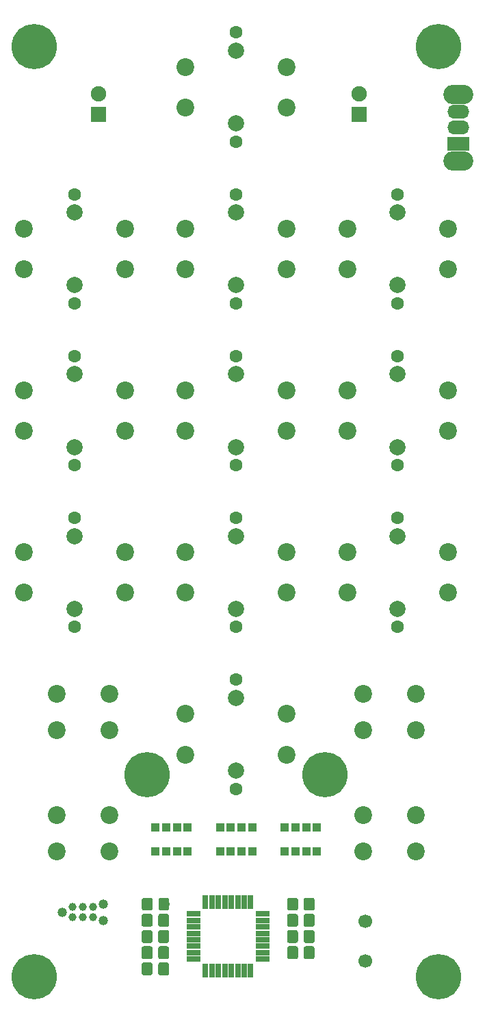
<source format=gbr>
G04 #@! TF.GenerationSoftware,KiCad,Pcbnew,(5.1.4)-1*
G04 #@! TF.CreationDate,2019-10-22T14:30:37-04:00*
G04 #@! TF.ProjectId,MerlinGame,4d65726c-696e-4476-916d-652e6b696361,A*
G04 #@! TF.SameCoordinates,Original*
G04 #@! TF.FileFunction,Soldermask,Top*
G04 #@! TF.FilePolarity,Negative*
%FSLAX46Y46*%
G04 Gerber Fmt 4.6, Leading zero omitted, Abs format (unit mm)*
G04 Created by KiCad (PCBNEW (5.1.4)-1) date 2019-10-22 14:30:37*
%MOMM*%
%LPD*%
G04 APERTURE LIST*
%ADD10C,0.100000*%
%ADD11C,1.350000*%
%ADD12O,1.900000X1.900000*%
%ADD13R,1.900000X1.900000*%
%ADD14C,5.600000*%
%ADD15O,3.700000X2.400000*%
%ADD16O,2.700000X1.700000*%
%ADD17R,2.700000X1.700000*%
%ADD18C,0.987400*%
%ADD19C,1.190600*%
%ADD20R,1.100000X1.100000*%
%ADD21C,1.700000*%
%ADD22C,2.200000*%
%ADD23C,2.000000*%
%ADD24C,1.600000*%
%ADD25R,0.750000X1.800000*%
%ADD26R,1.800000X0.750000*%
G04 APERTURE END LIST*
D10*
G36*
X71435289Y-158201413D02*
G01*
X71463778Y-158205639D01*
X71491715Y-158212637D01*
X71518832Y-158222340D01*
X71544867Y-158234653D01*
X71569570Y-158249460D01*
X71592703Y-158266616D01*
X71614043Y-158285957D01*
X71633384Y-158307297D01*
X71650540Y-158330430D01*
X71665347Y-158355133D01*
X71677660Y-158381168D01*
X71687363Y-158408285D01*
X71694361Y-158436222D01*
X71698587Y-158464711D01*
X71700000Y-158493477D01*
X71700000Y-159506523D01*
X71698587Y-159535289D01*
X71694361Y-159563778D01*
X71687363Y-159591715D01*
X71677660Y-159618832D01*
X71665347Y-159644867D01*
X71650540Y-159669570D01*
X71633384Y-159692703D01*
X71614043Y-159714043D01*
X71592703Y-159733384D01*
X71569570Y-159750540D01*
X71544867Y-159765347D01*
X71518832Y-159777660D01*
X71491715Y-159787363D01*
X71463778Y-159794361D01*
X71435289Y-159798587D01*
X71406523Y-159800000D01*
X70643477Y-159800000D01*
X70614711Y-159798587D01*
X70586222Y-159794361D01*
X70558285Y-159787363D01*
X70531168Y-159777660D01*
X70505133Y-159765347D01*
X70480430Y-159750540D01*
X70457297Y-159733384D01*
X70435957Y-159714043D01*
X70416616Y-159692703D01*
X70399460Y-159669570D01*
X70384653Y-159644867D01*
X70372340Y-159618832D01*
X70362637Y-159591715D01*
X70355639Y-159563778D01*
X70351413Y-159535289D01*
X70350000Y-159506523D01*
X70350000Y-158493477D01*
X70351413Y-158464711D01*
X70355639Y-158436222D01*
X70362637Y-158408285D01*
X70372340Y-158381168D01*
X70384653Y-158355133D01*
X70399460Y-158330430D01*
X70416616Y-158307297D01*
X70435957Y-158285957D01*
X70457297Y-158266616D01*
X70480430Y-158249460D01*
X70505133Y-158234653D01*
X70531168Y-158222340D01*
X70558285Y-158212637D01*
X70586222Y-158205639D01*
X70614711Y-158201413D01*
X70643477Y-158200000D01*
X71406523Y-158200000D01*
X71435289Y-158201413D01*
X71435289Y-158201413D01*
G37*
D11*
X71025000Y-159000000D03*
D10*
G36*
X69385289Y-158201413D02*
G01*
X69413778Y-158205639D01*
X69441715Y-158212637D01*
X69468832Y-158222340D01*
X69494867Y-158234653D01*
X69519570Y-158249460D01*
X69542703Y-158266616D01*
X69564043Y-158285957D01*
X69583384Y-158307297D01*
X69600540Y-158330430D01*
X69615347Y-158355133D01*
X69627660Y-158381168D01*
X69637363Y-158408285D01*
X69644361Y-158436222D01*
X69648587Y-158464711D01*
X69650000Y-158493477D01*
X69650000Y-159506523D01*
X69648587Y-159535289D01*
X69644361Y-159563778D01*
X69637363Y-159591715D01*
X69627660Y-159618832D01*
X69615347Y-159644867D01*
X69600540Y-159669570D01*
X69583384Y-159692703D01*
X69564043Y-159714043D01*
X69542703Y-159733384D01*
X69519570Y-159750540D01*
X69494867Y-159765347D01*
X69468832Y-159777660D01*
X69441715Y-159787363D01*
X69413778Y-159794361D01*
X69385289Y-159798587D01*
X69356523Y-159800000D01*
X68593477Y-159800000D01*
X68564711Y-159798587D01*
X68536222Y-159794361D01*
X68508285Y-159787363D01*
X68481168Y-159777660D01*
X68455133Y-159765347D01*
X68430430Y-159750540D01*
X68407297Y-159733384D01*
X68385957Y-159714043D01*
X68366616Y-159692703D01*
X68349460Y-159669570D01*
X68334653Y-159644867D01*
X68322340Y-159618832D01*
X68312637Y-159591715D01*
X68305639Y-159563778D01*
X68301413Y-159535289D01*
X68300000Y-159506523D01*
X68300000Y-158493477D01*
X68301413Y-158464711D01*
X68305639Y-158436222D01*
X68312637Y-158408285D01*
X68322340Y-158381168D01*
X68334653Y-158355133D01*
X68349460Y-158330430D01*
X68366616Y-158307297D01*
X68385957Y-158285957D01*
X68407297Y-158266616D01*
X68430430Y-158249460D01*
X68455133Y-158234653D01*
X68481168Y-158222340D01*
X68508285Y-158212637D01*
X68536222Y-158205639D01*
X68564711Y-158201413D01*
X68593477Y-158200000D01*
X69356523Y-158200000D01*
X69385289Y-158201413D01*
X69385289Y-158201413D01*
G37*
D11*
X68975000Y-159000000D03*
D10*
G36*
X69385289Y-156201413D02*
G01*
X69413778Y-156205639D01*
X69441715Y-156212637D01*
X69468832Y-156222340D01*
X69494867Y-156234653D01*
X69519570Y-156249460D01*
X69542703Y-156266616D01*
X69564043Y-156285957D01*
X69583384Y-156307297D01*
X69600540Y-156330430D01*
X69615347Y-156355133D01*
X69627660Y-156381168D01*
X69637363Y-156408285D01*
X69644361Y-156436222D01*
X69648587Y-156464711D01*
X69650000Y-156493477D01*
X69650000Y-157506523D01*
X69648587Y-157535289D01*
X69644361Y-157563778D01*
X69637363Y-157591715D01*
X69627660Y-157618832D01*
X69615347Y-157644867D01*
X69600540Y-157669570D01*
X69583384Y-157692703D01*
X69564043Y-157714043D01*
X69542703Y-157733384D01*
X69519570Y-157750540D01*
X69494867Y-157765347D01*
X69468832Y-157777660D01*
X69441715Y-157787363D01*
X69413778Y-157794361D01*
X69385289Y-157798587D01*
X69356523Y-157800000D01*
X68593477Y-157800000D01*
X68564711Y-157798587D01*
X68536222Y-157794361D01*
X68508285Y-157787363D01*
X68481168Y-157777660D01*
X68455133Y-157765347D01*
X68430430Y-157750540D01*
X68407297Y-157733384D01*
X68385957Y-157714043D01*
X68366616Y-157692703D01*
X68349460Y-157669570D01*
X68334653Y-157644867D01*
X68322340Y-157618832D01*
X68312637Y-157591715D01*
X68305639Y-157563778D01*
X68301413Y-157535289D01*
X68300000Y-157506523D01*
X68300000Y-156493477D01*
X68301413Y-156464711D01*
X68305639Y-156436222D01*
X68312637Y-156408285D01*
X68322340Y-156381168D01*
X68334653Y-156355133D01*
X68349460Y-156330430D01*
X68366616Y-156307297D01*
X68385957Y-156285957D01*
X68407297Y-156266616D01*
X68430430Y-156249460D01*
X68455133Y-156234653D01*
X68481168Y-156222340D01*
X68508285Y-156212637D01*
X68536222Y-156205639D01*
X68564711Y-156201413D01*
X68593477Y-156200000D01*
X69356523Y-156200000D01*
X69385289Y-156201413D01*
X69385289Y-156201413D01*
G37*
D11*
X68975000Y-157000000D03*
D10*
G36*
X71435289Y-156201413D02*
G01*
X71463778Y-156205639D01*
X71491715Y-156212637D01*
X71518832Y-156222340D01*
X71544867Y-156234653D01*
X71569570Y-156249460D01*
X71592703Y-156266616D01*
X71614043Y-156285957D01*
X71633384Y-156307297D01*
X71650540Y-156330430D01*
X71665347Y-156355133D01*
X71677660Y-156381168D01*
X71687363Y-156408285D01*
X71694361Y-156436222D01*
X71698587Y-156464711D01*
X71700000Y-156493477D01*
X71700000Y-157506523D01*
X71698587Y-157535289D01*
X71694361Y-157563778D01*
X71687363Y-157591715D01*
X71677660Y-157618832D01*
X71665347Y-157644867D01*
X71650540Y-157669570D01*
X71633384Y-157692703D01*
X71614043Y-157714043D01*
X71592703Y-157733384D01*
X71569570Y-157750540D01*
X71544867Y-157765347D01*
X71518832Y-157777660D01*
X71491715Y-157787363D01*
X71463778Y-157794361D01*
X71435289Y-157798587D01*
X71406523Y-157800000D01*
X70643477Y-157800000D01*
X70614711Y-157798587D01*
X70586222Y-157794361D01*
X70558285Y-157787363D01*
X70531168Y-157777660D01*
X70505133Y-157765347D01*
X70480430Y-157750540D01*
X70457297Y-157733384D01*
X70435957Y-157714043D01*
X70416616Y-157692703D01*
X70399460Y-157669570D01*
X70384653Y-157644867D01*
X70372340Y-157618832D01*
X70362637Y-157591715D01*
X70355639Y-157563778D01*
X70351413Y-157535289D01*
X70350000Y-157506523D01*
X70350000Y-156493477D01*
X70351413Y-156464711D01*
X70355639Y-156436222D01*
X70362637Y-156408285D01*
X70372340Y-156381168D01*
X70384653Y-156355133D01*
X70399460Y-156330430D01*
X70416616Y-156307297D01*
X70435957Y-156285957D01*
X70457297Y-156266616D01*
X70480430Y-156249460D01*
X70505133Y-156234653D01*
X70531168Y-156222340D01*
X70558285Y-156212637D01*
X70586222Y-156205639D01*
X70614711Y-156201413D01*
X70643477Y-156200000D01*
X71406523Y-156200000D01*
X71435289Y-156201413D01*
X71435289Y-156201413D01*
G37*
D11*
X71025000Y-157000000D03*
D12*
X63000000Y-50800000D03*
D13*
X63000000Y-53340000D03*
D10*
G36*
X71435289Y-152201413D02*
G01*
X71463778Y-152205639D01*
X71491715Y-152212637D01*
X71518832Y-152222340D01*
X71544867Y-152234653D01*
X71569570Y-152249460D01*
X71592703Y-152266616D01*
X71614043Y-152285957D01*
X71633384Y-152307297D01*
X71650540Y-152330430D01*
X71665347Y-152355133D01*
X71677660Y-152381168D01*
X71687363Y-152408285D01*
X71694361Y-152436222D01*
X71698587Y-152464711D01*
X71700000Y-152493477D01*
X71700000Y-153506523D01*
X71698587Y-153535289D01*
X71694361Y-153563778D01*
X71687363Y-153591715D01*
X71677660Y-153618832D01*
X71665347Y-153644867D01*
X71650540Y-153669570D01*
X71633384Y-153692703D01*
X71614043Y-153714043D01*
X71592703Y-153733384D01*
X71569570Y-153750540D01*
X71544867Y-153765347D01*
X71518832Y-153777660D01*
X71491715Y-153787363D01*
X71463778Y-153794361D01*
X71435289Y-153798587D01*
X71406523Y-153800000D01*
X70643477Y-153800000D01*
X70614711Y-153798587D01*
X70586222Y-153794361D01*
X70558285Y-153787363D01*
X70531168Y-153777660D01*
X70505133Y-153765347D01*
X70480430Y-153750540D01*
X70457297Y-153733384D01*
X70435957Y-153714043D01*
X70416616Y-153692703D01*
X70399460Y-153669570D01*
X70384653Y-153644867D01*
X70372340Y-153618832D01*
X70362637Y-153591715D01*
X70355639Y-153563778D01*
X70351413Y-153535289D01*
X70350000Y-153506523D01*
X70350000Y-152493477D01*
X70351413Y-152464711D01*
X70355639Y-152436222D01*
X70362637Y-152408285D01*
X70372340Y-152381168D01*
X70384653Y-152355133D01*
X70399460Y-152330430D01*
X70416616Y-152307297D01*
X70435957Y-152285957D01*
X70457297Y-152266616D01*
X70480430Y-152249460D01*
X70505133Y-152234653D01*
X70531168Y-152222340D01*
X70558285Y-152212637D01*
X70586222Y-152205639D01*
X70614711Y-152201413D01*
X70643477Y-152200000D01*
X71406523Y-152200000D01*
X71435289Y-152201413D01*
X71435289Y-152201413D01*
G37*
D11*
X71025000Y-153000000D03*
D10*
G36*
X69385289Y-152201413D02*
G01*
X69413778Y-152205639D01*
X69441715Y-152212637D01*
X69468832Y-152222340D01*
X69494867Y-152234653D01*
X69519570Y-152249460D01*
X69542703Y-152266616D01*
X69564043Y-152285957D01*
X69583384Y-152307297D01*
X69600540Y-152330430D01*
X69615347Y-152355133D01*
X69627660Y-152381168D01*
X69637363Y-152408285D01*
X69644361Y-152436222D01*
X69648587Y-152464711D01*
X69650000Y-152493477D01*
X69650000Y-153506523D01*
X69648587Y-153535289D01*
X69644361Y-153563778D01*
X69637363Y-153591715D01*
X69627660Y-153618832D01*
X69615347Y-153644867D01*
X69600540Y-153669570D01*
X69583384Y-153692703D01*
X69564043Y-153714043D01*
X69542703Y-153733384D01*
X69519570Y-153750540D01*
X69494867Y-153765347D01*
X69468832Y-153777660D01*
X69441715Y-153787363D01*
X69413778Y-153794361D01*
X69385289Y-153798587D01*
X69356523Y-153800000D01*
X68593477Y-153800000D01*
X68564711Y-153798587D01*
X68536222Y-153794361D01*
X68508285Y-153787363D01*
X68481168Y-153777660D01*
X68455133Y-153765347D01*
X68430430Y-153750540D01*
X68407297Y-153733384D01*
X68385957Y-153714043D01*
X68366616Y-153692703D01*
X68349460Y-153669570D01*
X68334653Y-153644867D01*
X68322340Y-153618832D01*
X68312637Y-153591715D01*
X68305639Y-153563778D01*
X68301413Y-153535289D01*
X68300000Y-153506523D01*
X68300000Y-152493477D01*
X68301413Y-152464711D01*
X68305639Y-152436222D01*
X68312637Y-152408285D01*
X68322340Y-152381168D01*
X68334653Y-152355133D01*
X68349460Y-152330430D01*
X68366616Y-152307297D01*
X68385957Y-152285957D01*
X68407297Y-152266616D01*
X68430430Y-152249460D01*
X68455133Y-152234653D01*
X68481168Y-152222340D01*
X68508285Y-152212637D01*
X68536222Y-152205639D01*
X68564711Y-152201413D01*
X68593477Y-152200000D01*
X69356523Y-152200000D01*
X69385289Y-152201413D01*
X69385289Y-152201413D01*
G37*
D11*
X68975000Y-153000000D03*
D10*
G36*
X87385289Y-156201413D02*
G01*
X87413778Y-156205639D01*
X87441715Y-156212637D01*
X87468832Y-156222340D01*
X87494867Y-156234653D01*
X87519570Y-156249460D01*
X87542703Y-156266616D01*
X87564043Y-156285957D01*
X87583384Y-156307297D01*
X87600540Y-156330430D01*
X87615347Y-156355133D01*
X87627660Y-156381168D01*
X87637363Y-156408285D01*
X87644361Y-156436222D01*
X87648587Y-156464711D01*
X87650000Y-156493477D01*
X87650000Y-157506523D01*
X87648587Y-157535289D01*
X87644361Y-157563778D01*
X87637363Y-157591715D01*
X87627660Y-157618832D01*
X87615347Y-157644867D01*
X87600540Y-157669570D01*
X87583384Y-157692703D01*
X87564043Y-157714043D01*
X87542703Y-157733384D01*
X87519570Y-157750540D01*
X87494867Y-157765347D01*
X87468832Y-157777660D01*
X87441715Y-157787363D01*
X87413778Y-157794361D01*
X87385289Y-157798587D01*
X87356523Y-157800000D01*
X86593477Y-157800000D01*
X86564711Y-157798587D01*
X86536222Y-157794361D01*
X86508285Y-157787363D01*
X86481168Y-157777660D01*
X86455133Y-157765347D01*
X86430430Y-157750540D01*
X86407297Y-157733384D01*
X86385957Y-157714043D01*
X86366616Y-157692703D01*
X86349460Y-157669570D01*
X86334653Y-157644867D01*
X86322340Y-157618832D01*
X86312637Y-157591715D01*
X86305639Y-157563778D01*
X86301413Y-157535289D01*
X86300000Y-157506523D01*
X86300000Y-156493477D01*
X86301413Y-156464711D01*
X86305639Y-156436222D01*
X86312637Y-156408285D01*
X86322340Y-156381168D01*
X86334653Y-156355133D01*
X86349460Y-156330430D01*
X86366616Y-156307297D01*
X86385957Y-156285957D01*
X86407297Y-156266616D01*
X86430430Y-156249460D01*
X86455133Y-156234653D01*
X86481168Y-156222340D01*
X86508285Y-156212637D01*
X86536222Y-156205639D01*
X86564711Y-156201413D01*
X86593477Y-156200000D01*
X87356523Y-156200000D01*
X87385289Y-156201413D01*
X87385289Y-156201413D01*
G37*
D11*
X86975000Y-157000000D03*
D10*
G36*
X89435289Y-156201413D02*
G01*
X89463778Y-156205639D01*
X89491715Y-156212637D01*
X89518832Y-156222340D01*
X89544867Y-156234653D01*
X89569570Y-156249460D01*
X89592703Y-156266616D01*
X89614043Y-156285957D01*
X89633384Y-156307297D01*
X89650540Y-156330430D01*
X89665347Y-156355133D01*
X89677660Y-156381168D01*
X89687363Y-156408285D01*
X89694361Y-156436222D01*
X89698587Y-156464711D01*
X89700000Y-156493477D01*
X89700000Y-157506523D01*
X89698587Y-157535289D01*
X89694361Y-157563778D01*
X89687363Y-157591715D01*
X89677660Y-157618832D01*
X89665347Y-157644867D01*
X89650540Y-157669570D01*
X89633384Y-157692703D01*
X89614043Y-157714043D01*
X89592703Y-157733384D01*
X89569570Y-157750540D01*
X89544867Y-157765347D01*
X89518832Y-157777660D01*
X89491715Y-157787363D01*
X89463778Y-157794361D01*
X89435289Y-157798587D01*
X89406523Y-157800000D01*
X88643477Y-157800000D01*
X88614711Y-157798587D01*
X88586222Y-157794361D01*
X88558285Y-157787363D01*
X88531168Y-157777660D01*
X88505133Y-157765347D01*
X88480430Y-157750540D01*
X88457297Y-157733384D01*
X88435957Y-157714043D01*
X88416616Y-157692703D01*
X88399460Y-157669570D01*
X88384653Y-157644867D01*
X88372340Y-157618832D01*
X88362637Y-157591715D01*
X88355639Y-157563778D01*
X88351413Y-157535289D01*
X88350000Y-157506523D01*
X88350000Y-156493477D01*
X88351413Y-156464711D01*
X88355639Y-156436222D01*
X88362637Y-156408285D01*
X88372340Y-156381168D01*
X88384653Y-156355133D01*
X88399460Y-156330430D01*
X88416616Y-156307297D01*
X88435957Y-156285957D01*
X88457297Y-156266616D01*
X88480430Y-156249460D01*
X88505133Y-156234653D01*
X88531168Y-156222340D01*
X88558285Y-156212637D01*
X88586222Y-156205639D01*
X88614711Y-156201413D01*
X88643477Y-156200000D01*
X89406523Y-156200000D01*
X89435289Y-156201413D01*
X89435289Y-156201413D01*
G37*
D11*
X89025000Y-157000000D03*
D10*
G36*
X69385289Y-154201413D02*
G01*
X69413778Y-154205639D01*
X69441715Y-154212637D01*
X69468832Y-154222340D01*
X69494867Y-154234653D01*
X69519570Y-154249460D01*
X69542703Y-154266616D01*
X69564043Y-154285957D01*
X69583384Y-154307297D01*
X69600540Y-154330430D01*
X69615347Y-154355133D01*
X69627660Y-154381168D01*
X69637363Y-154408285D01*
X69644361Y-154436222D01*
X69648587Y-154464711D01*
X69650000Y-154493477D01*
X69650000Y-155506523D01*
X69648587Y-155535289D01*
X69644361Y-155563778D01*
X69637363Y-155591715D01*
X69627660Y-155618832D01*
X69615347Y-155644867D01*
X69600540Y-155669570D01*
X69583384Y-155692703D01*
X69564043Y-155714043D01*
X69542703Y-155733384D01*
X69519570Y-155750540D01*
X69494867Y-155765347D01*
X69468832Y-155777660D01*
X69441715Y-155787363D01*
X69413778Y-155794361D01*
X69385289Y-155798587D01*
X69356523Y-155800000D01*
X68593477Y-155800000D01*
X68564711Y-155798587D01*
X68536222Y-155794361D01*
X68508285Y-155787363D01*
X68481168Y-155777660D01*
X68455133Y-155765347D01*
X68430430Y-155750540D01*
X68407297Y-155733384D01*
X68385957Y-155714043D01*
X68366616Y-155692703D01*
X68349460Y-155669570D01*
X68334653Y-155644867D01*
X68322340Y-155618832D01*
X68312637Y-155591715D01*
X68305639Y-155563778D01*
X68301413Y-155535289D01*
X68300000Y-155506523D01*
X68300000Y-154493477D01*
X68301413Y-154464711D01*
X68305639Y-154436222D01*
X68312637Y-154408285D01*
X68322340Y-154381168D01*
X68334653Y-154355133D01*
X68349460Y-154330430D01*
X68366616Y-154307297D01*
X68385957Y-154285957D01*
X68407297Y-154266616D01*
X68430430Y-154249460D01*
X68455133Y-154234653D01*
X68481168Y-154222340D01*
X68508285Y-154212637D01*
X68536222Y-154205639D01*
X68564711Y-154201413D01*
X68593477Y-154200000D01*
X69356523Y-154200000D01*
X69385289Y-154201413D01*
X69385289Y-154201413D01*
G37*
D11*
X68975000Y-155000000D03*
D10*
G36*
X71435289Y-154201413D02*
G01*
X71463778Y-154205639D01*
X71491715Y-154212637D01*
X71518832Y-154222340D01*
X71544867Y-154234653D01*
X71569570Y-154249460D01*
X71592703Y-154266616D01*
X71614043Y-154285957D01*
X71633384Y-154307297D01*
X71650540Y-154330430D01*
X71665347Y-154355133D01*
X71677660Y-154381168D01*
X71687363Y-154408285D01*
X71694361Y-154436222D01*
X71698587Y-154464711D01*
X71700000Y-154493477D01*
X71700000Y-155506523D01*
X71698587Y-155535289D01*
X71694361Y-155563778D01*
X71687363Y-155591715D01*
X71677660Y-155618832D01*
X71665347Y-155644867D01*
X71650540Y-155669570D01*
X71633384Y-155692703D01*
X71614043Y-155714043D01*
X71592703Y-155733384D01*
X71569570Y-155750540D01*
X71544867Y-155765347D01*
X71518832Y-155777660D01*
X71491715Y-155787363D01*
X71463778Y-155794361D01*
X71435289Y-155798587D01*
X71406523Y-155800000D01*
X70643477Y-155800000D01*
X70614711Y-155798587D01*
X70586222Y-155794361D01*
X70558285Y-155787363D01*
X70531168Y-155777660D01*
X70505133Y-155765347D01*
X70480430Y-155750540D01*
X70457297Y-155733384D01*
X70435957Y-155714043D01*
X70416616Y-155692703D01*
X70399460Y-155669570D01*
X70384653Y-155644867D01*
X70372340Y-155618832D01*
X70362637Y-155591715D01*
X70355639Y-155563778D01*
X70351413Y-155535289D01*
X70350000Y-155506523D01*
X70350000Y-154493477D01*
X70351413Y-154464711D01*
X70355639Y-154436222D01*
X70362637Y-154408285D01*
X70372340Y-154381168D01*
X70384653Y-154355133D01*
X70399460Y-154330430D01*
X70416616Y-154307297D01*
X70435957Y-154285957D01*
X70457297Y-154266616D01*
X70480430Y-154249460D01*
X70505133Y-154234653D01*
X70531168Y-154222340D01*
X70558285Y-154212637D01*
X70586222Y-154205639D01*
X70614711Y-154201413D01*
X70643477Y-154200000D01*
X71406523Y-154200000D01*
X71435289Y-154201413D01*
X71435289Y-154201413D01*
G37*
D11*
X71025000Y-155000000D03*
D10*
G36*
X87385289Y-154201413D02*
G01*
X87413778Y-154205639D01*
X87441715Y-154212637D01*
X87468832Y-154222340D01*
X87494867Y-154234653D01*
X87519570Y-154249460D01*
X87542703Y-154266616D01*
X87564043Y-154285957D01*
X87583384Y-154307297D01*
X87600540Y-154330430D01*
X87615347Y-154355133D01*
X87627660Y-154381168D01*
X87637363Y-154408285D01*
X87644361Y-154436222D01*
X87648587Y-154464711D01*
X87650000Y-154493477D01*
X87650000Y-155506523D01*
X87648587Y-155535289D01*
X87644361Y-155563778D01*
X87637363Y-155591715D01*
X87627660Y-155618832D01*
X87615347Y-155644867D01*
X87600540Y-155669570D01*
X87583384Y-155692703D01*
X87564043Y-155714043D01*
X87542703Y-155733384D01*
X87519570Y-155750540D01*
X87494867Y-155765347D01*
X87468832Y-155777660D01*
X87441715Y-155787363D01*
X87413778Y-155794361D01*
X87385289Y-155798587D01*
X87356523Y-155800000D01*
X86593477Y-155800000D01*
X86564711Y-155798587D01*
X86536222Y-155794361D01*
X86508285Y-155787363D01*
X86481168Y-155777660D01*
X86455133Y-155765347D01*
X86430430Y-155750540D01*
X86407297Y-155733384D01*
X86385957Y-155714043D01*
X86366616Y-155692703D01*
X86349460Y-155669570D01*
X86334653Y-155644867D01*
X86322340Y-155618832D01*
X86312637Y-155591715D01*
X86305639Y-155563778D01*
X86301413Y-155535289D01*
X86300000Y-155506523D01*
X86300000Y-154493477D01*
X86301413Y-154464711D01*
X86305639Y-154436222D01*
X86312637Y-154408285D01*
X86322340Y-154381168D01*
X86334653Y-154355133D01*
X86349460Y-154330430D01*
X86366616Y-154307297D01*
X86385957Y-154285957D01*
X86407297Y-154266616D01*
X86430430Y-154249460D01*
X86455133Y-154234653D01*
X86481168Y-154222340D01*
X86508285Y-154212637D01*
X86536222Y-154205639D01*
X86564711Y-154201413D01*
X86593477Y-154200000D01*
X87356523Y-154200000D01*
X87385289Y-154201413D01*
X87385289Y-154201413D01*
G37*
D11*
X86975000Y-155000000D03*
D10*
G36*
X89435289Y-154201413D02*
G01*
X89463778Y-154205639D01*
X89491715Y-154212637D01*
X89518832Y-154222340D01*
X89544867Y-154234653D01*
X89569570Y-154249460D01*
X89592703Y-154266616D01*
X89614043Y-154285957D01*
X89633384Y-154307297D01*
X89650540Y-154330430D01*
X89665347Y-154355133D01*
X89677660Y-154381168D01*
X89687363Y-154408285D01*
X89694361Y-154436222D01*
X89698587Y-154464711D01*
X89700000Y-154493477D01*
X89700000Y-155506523D01*
X89698587Y-155535289D01*
X89694361Y-155563778D01*
X89687363Y-155591715D01*
X89677660Y-155618832D01*
X89665347Y-155644867D01*
X89650540Y-155669570D01*
X89633384Y-155692703D01*
X89614043Y-155714043D01*
X89592703Y-155733384D01*
X89569570Y-155750540D01*
X89544867Y-155765347D01*
X89518832Y-155777660D01*
X89491715Y-155787363D01*
X89463778Y-155794361D01*
X89435289Y-155798587D01*
X89406523Y-155800000D01*
X88643477Y-155800000D01*
X88614711Y-155798587D01*
X88586222Y-155794361D01*
X88558285Y-155787363D01*
X88531168Y-155777660D01*
X88505133Y-155765347D01*
X88480430Y-155750540D01*
X88457297Y-155733384D01*
X88435957Y-155714043D01*
X88416616Y-155692703D01*
X88399460Y-155669570D01*
X88384653Y-155644867D01*
X88372340Y-155618832D01*
X88362637Y-155591715D01*
X88355639Y-155563778D01*
X88351413Y-155535289D01*
X88350000Y-155506523D01*
X88350000Y-154493477D01*
X88351413Y-154464711D01*
X88355639Y-154436222D01*
X88362637Y-154408285D01*
X88372340Y-154381168D01*
X88384653Y-154355133D01*
X88399460Y-154330430D01*
X88416616Y-154307297D01*
X88435957Y-154285957D01*
X88457297Y-154266616D01*
X88480430Y-154249460D01*
X88505133Y-154234653D01*
X88531168Y-154222340D01*
X88558285Y-154212637D01*
X88586222Y-154205639D01*
X88614711Y-154201413D01*
X88643477Y-154200000D01*
X89406523Y-154200000D01*
X89435289Y-154201413D01*
X89435289Y-154201413D01*
G37*
D11*
X89025000Y-155000000D03*
D12*
X95250000Y-50800000D03*
D13*
X95250000Y-53340000D03*
D14*
X105000000Y-45000000D03*
X55000000Y-160000000D03*
X69000000Y-135000000D03*
X105000000Y-160000000D03*
X91000000Y-135000000D03*
X55000000Y-45000000D03*
D15*
X107500000Y-50900000D03*
X107500000Y-59100000D03*
D16*
X107500000Y-53000000D03*
X107500000Y-55000000D03*
D17*
X107500000Y-57000000D03*
D10*
G36*
X71460289Y-150201413D02*
G01*
X71488778Y-150205639D01*
X71516715Y-150212637D01*
X71543832Y-150222340D01*
X71569867Y-150234653D01*
X71594570Y-150249460D01*
X71617703Y-150266616D01*
X71639043Y-150285957D01*
X71658384Y-150307297D01*
X71675540Y-150330430D01*
X71690347Y-150355133D01*
X71702660Y-150381168D01*
X71712363Y-150408285D01*
X71719361Y-150436222D01*
X71723587Y-150464711D01*
X71725000Y-150493477D01*
X71725000Y-151506523D01*
X71723587Y-151535289D01*
X71719361Y-151563778D01*
X71712363Y-151591715D01*
X71702660Y-151618832D01*
X71690347Y-151644867D01*
X71675540Y-151669570D01*
X71658384Y-151692703D01*
X71639043Y-151714043D01*
X71617703Y-151733384D01*
X71594570Y-151750540D01*
X71569867Y-151765347D01*
X71543832Y-151777660D01*
X71516715Y-151787363D01*
X71488778Y-151794361D01*
X71460289Y-151798587D01*
X71431523Y-151800000D01*
X70668477Y-151800000D01*
X70639711Y-151798587D01*
X70611222Y-151794361D01*
X70583285Y-151787363D01*
X70556168Y-151777660D01*
X70530133Y-151765347D01*
X70505430Y-151750540D01*
X70482297Y-151733384D01*
X70460957Y-151714043D01*
X70441616Y-151692703D01*
X70424460Y-151669570D01*
X70409653Y-151644867D01*
X70397340Y-151618832D01*
X70387637Y-151591715D01*
X70380639Y-151563778D01*
X70376413Y-151535289D01*
X70375000Y-151506523D01*
X70375000Y-150493477D01*
X70376413Y-150464711D01*
X70380639Y-150436222D01*
X70387637Y-150408285D01*
X70397340Y-150381168D01*
X70409653Y-150355133D01*
X70424460Y-150330430D01*
X70441616Y-150307297D01*
X70460957Y-150285957D01*
X70482297Y-150266616D01*
X70505430Y-150249460D01*
X70530133Y-150234653D01*
X70556168Y-150222340D01*
X70583285Y-150212637D01*
X70611222Y-150205639D01*
X70639711Y-150201413D01*
X70668477Y-150200000D01*
X71431523Y-150200000D01*
X71460289Y-150201413D01*
X71460289Y-150201413D01*
G37*
D11*
X71050000Y-151000000D03*
D10*
G36*
X69410289Y-150201413D02*
G01*
X69438778Y-150205639D01*
X69466715Y-150212637D01*
X69493832Y-150222340D01*
X69519867Y-150234653D01*
X69544570Y-150249460D01*
X69567703Y-150266616D01*
X69589043Y-150285957D01*
X69608384Y-150307297D01*
X69625540Y-150330430D01*
X69640347Y-150355133D01*
X69652660Y-150381168D01*
X69662363Y-150408285D01*
X69669361Y-150436222D01*
X69673587Y-150464711D01*
X69675000Y-150493477D01*
X69675000Y-151506523D01*
X69673587Y-151535289D01*
X69669361Y-151563778D01*
X69662363Y-151591715D01*
X69652660Y-151618832D01*
X69640347Y-151644867D01*
X69625540Y-151669570D01*
X69608384Y-151692703D01*
X69589043Y-151714043D01*
X69567703Y-151733384D01*
X69544570Y-151750540D01*
X69519867Y-151765347D01*
X69493832Y-151777660D01*
X69466715Y-151787363D01*
X69438778Y-151794361D01*
X69410289Y-151798587D01*
X69381523Y-151800000D01*
X68618477Y-151800000D01*
X68589711Y-151798587D01*
X68561222Y-151794361D01*
X68533285Y-151787363D01*
X68506168Y-151777660D01*
X68480133Y-151765347D01*
X68455430Y-151750540D01*
X68432297Y-151733384D01*
X68410957Y-151714043D01*
X68391616Y-151692703D01*
X68374460Y-151669570D01*
X68359653Y-151644867D01*
X68347340Y-151618832D01*
X68337637Y-151591715D01*
X68330639Y-151563778D01*
X68326413Y-151535289D01*
X68325000Y-151506523D01*
X68325000Y-150493477D01*
X68326413Y-150464711D01*
X68330639Y-150436222D01*
X68337637Y-150408285D01*
X68347340Y-150381168D01*
X68359653Y-150355133D01*
X68374460Y-150330430D01*
X68391616Y-150307297D01*
X68410957Y-150285957D01*
X68432297Y-150266616D01*
X68455430Y-150249460D01*
X68480133Y-150234653D01*
X68506168Y-150222340D01*
X68533285Y-150212637D01*
X68561222Y-150205639D01*
X68589711Y-150201413D01*
X68618477Y-150200000D01*
X69381523Y-150200000D01*
X69410289Y-150201413D01*
X69410289Y-150201413D01*
G37*
D11*
X69000000Y-151000000D03*
D18*
X62270000Y-151365000D03*
X62270000Y-152635000D03*
X61000000Y-151365000D03*
X61000000Y-152635000D03*
X59730000Y-151365000D03*
X59730000Y-152635000D03*
D19*
X58460000Y-152000000D03*
X63540000Y-153016000D03*
X63540000Y-150984000D03*
D20*
X71340000Y-144500000D03*
X70000000Y-144500000D03*
X74000000Y-144500000D03*
X72660000Y-144500000D03*
X71340000Y-141500000D03*
X72660000Y-141500000D03*
X70000000Y-141500000D03*
X74000000Y-141500000D03*
X79340000Y-144500000D03*
X78000000Y-144500000D03*
X82000000Y-144500000D03*
X80660000Y-144500000D03*
X79340000Y-141500000D03*
X80660000Y-141500000D03*
X78000000Y-141500000D03*
X82000000Y-141500000D03*
X87340000Y-144500000D03*
X86000000Y-144500000D03*
X90000000Y-144500000D03*
X88660000Y-144500000D03*
X87340000Y-141500000D03*
X88660000Y-141500000D03*
X86000000Y-141500000D03*
X90000000Y-141500000D03*
D10*
G36*
X87385289Y-152201413D02*
G01*
X87413778Y-152205639D01*
X87441715Y-152212637D01*
X87468832Y-152222340D01*
X87494867Y-152234653D01*
X87519570Y-152249460D01*
X87542703Y-152266616D01*
X87564043Y-152285957D01*
X87583384Y-152307297D01*
X87600540Y-152330430D01*
X87615347Y-152355133D01*
X87627660Y-152381168D01*
X87637363Y-152408285D01*
X87644361Y-152436222D01*
X87648587Y-152464711D01*
X87650000Y-152493477D01*
X87650000Y-153506523D01*
X87648587Y-153535289D01*
X87644361Y-153563778D01*
X87637363Y-153591715D01*
X87627660Y-153618832D01*
X87615347Y-153644867D01*
X87600540Y-153669570D01*
X87583384Y-153692703D01*
X87564043Y-153714043D01*
X87542703Y-153733384D01*
X87519570Y-153750540D01*
X87494867Y-153765347D01*
X87468832Y-153777660D01*
X87441715Y-153787363D01*
X87413778Y-153794361D01*
X87385289Y-153798587D01*
X87356523Y-153800000D01*
X86593477Y-153800000D01*
X86564711Y-153798587D01*
X86536222Y-153794361D01*
X86508285Y-153787363D01*
X86481168Y-153777660D01*
X86455133Y-153765347D01*
X86430430Y-153750540D01*
X86407297Y-153733384D01*
X86385957Y-153714043D01*
X86366616Y-153692703D01*
X86349460Y-153669570D01*
X86334653Y-153644867D01*
X86322340Y-153618832D01*
X86312637Y-153591715D01*
X86305639Y-153563778D01*
X86301413Y-153535289D01*
X86300000Y-153506523D01*
X86300000Y-152493477D01*
X86301413Y-152464711D01*
X86305639Y-152436222D01*
X86312637Y-152408285D01*
X86322340Y-152381168D01*
X86334653Y-152355133D01*
X86349460Y-152330430D01*
X86366616Y-152307297D01*
X86385957Y-152285957D01*
X86407297Y-152266616D01*
X86430430Y-152249460D01*
X86455133Y-152234653D01*
X86481168Y-152222340D01*
X86508285Y-152212637D01*
X86536222Y-152205639D01*
X86564711Y-152201413D01*
X86593477Y-152200000D01*
X87356523Y-152200000D01*
X87385289Y-152201413D01*
X87385289Y-152201413D01*
G37*
D11*
X86975000Y-153000000D03*
D10*
G36*
X89435289Y-152201413D02*
G01*
X89463778Y-152205639D01*
X89491715Y-152212637D01*
X89518832Y-152222340D01*
X89544867Y-152234653D01*
X89569570Y-152249460D01*
X89592703Y-152266616D01*
X89614043Y-152285957D01*
X89633384Y-152307297D01*
X89650540Y-152330430D01*
X89665347Y-152355133D01*
X89677660Y-152381168D01*
X89687363Y-152408285D01*
X89694361Y-152436222D01*
X89698587Y-152464711D01*
X89700000Y-152493477D01*
X89700000Y-153506523D01*
X89698587Y-153535289D01*
X89694361Y-153563778D01*
X89687363Y-153591715D01*
X89677660Y-153618832D01*
X89665347Y-153644867D01*
X89650540Y-153669570D01*
X89633384Y-153692703D01*
X89614043Y-153714043D01*
X89592703Y-153733384D01*
X89569570Y-153750540D01*
X89544867Y-153765347D01*
X89518832Y-153777660D01*
X89491715Y-153787363D01*
X89463778Y-153794361D01*
X89435289Y-153798587D01*
X89406523Y-153800000D01*
X88643477Y-153800000D01*
X88614711Y-153798587D01*
X88586222Y-153794361D01*
X88558285Y-153787363D01*
X88531168Y-153777660D01*
X88505133Y-153765347D01*
X88480430Y-153750540D01*
X88457297Y-153733384D01*
X88435957Y-153714043D01*
X88416616Y-153692703D01*
X88399460Y-153669570D01*
X88384653Y-153644867D01*
X88372340Y-153618832D01*
X88362637Y-153591715D01*
X88355639Y-153563778D01*
X88351413Y-153535289D01*
X88350000Y-153506523D01*
X88350000Y-152493477D01*
X88351413Y-152464711D01*
X88355639Y-152436222D01*
X88362637Y-152408285D01*
X88372340Y-152381168D01*
X88384653Y-152355133D01*
X88399460Y-152330430D01*
X88416616Y-152307297D01*
X88435957Y-152285957D01*
X88457297Y-152266616D01*
X88480430Y-152249460D01*
X88505133Y-152234653D01*
X88531168Y-152222340D01*
X88558285Y-152212637D01*
X88586222Y-152205639D01*
X88614711Y-152201413D01*
X88643477Y-152200000D01*
X89406523Y-152200000D01*
X89435289Y-152201413D01*
X89435289Y-152201413D01*
G37*
D11*
X89025000Y-153000000D03*
D10*
G36*
X87385289Y-150201413D02*
G01*
X87413778Y-150205639D01*
X87441715Y-150212637D01*
X87468832Y-150222340D01*
X87494867Y-150234653D01*
X87519570Y-150249460D01*
X87542703Y-150266616D01*
X87564043Y-150285957D01*
X87583384Y-150307297D01*
X87600540Y-150330430D01*
X87615347Y-150355133D01*
X87627660Y-150381168D01*
X87637363Y-150408285D01*
X87644361Y-150436222D01*
X87648587Y-150464711D01*
X87650000Y-150493477D01*
X87650000Y-151506523D01*
X87648587Y-151535289D01*
X87644361Y-151563778D01*
X87637363Y-151591715D01*
X87627660Y-151618832D01*
X87615347Y-151644867D01*
X87600540Y-151669570D01*
X87583384Y-151692703D01*
X87564043Y-151714043D01*
X87542703Y-151733384D01*
X87519570Y-151750540D01*
X87494867Y-151765347D01*
X87468832Y-151777660D01*
X87441715Y-151787363D01*
X87413778Y-151794361D01*
X87385289Y-151798587D01*
X87356523Y-151800000D01*
X86593477Y-151800000D01*
X86564711Y-151798587D01*
X86536222Y-151794361D01*
X86508285Y-151787363D01*
X86481168Y-151777660D01*
X86455133Y-151765347D01*
X86430430Y-151750540D01*
X86407297Y-151733384D01*
X86385957Y-151714043D01*
X86366616Y-151692703D01*
X86349460Y-151669570D01*
X86334653Y-151644867D01*
X86322340Y-151618832D01*
X86312637Y-151591715D01*
X86305639Y-151563778D01*
X86301413Y-151535289D01*
X86300000Y-151506523D01*
X86300000Y-150493477D01*
X86301413Y-150464711D01*
X86305639Y-150436222D01*
X86312637Y-150408285D01*
X86322340Y-150381168D01*
X86334653Y-150355133D01*
X86349460Y-150330430D01*
X86366616Y-150307297D01*
X86385957Y-150285957D01*
X86407297Y-150266616D01*
X86430430Y-150249460D01*
X86455133Y-150234653D01*
X86481168Y-150222340D01*
X86508285Y-150212637D01*
X86536222Y-150205639D01*
X86564711Y-150201413D01*
X86593477Y-150200000D01*
X87356523Y-150200000D01*
X87385289Y-150201413D01*
X87385289Y-150201413D01*
G37*
D11*
X86975000Y-151000000D03*
D10*
G36*
X89435289Y-150201413D02*
G01*
X89463778Y-150205639D01*
X89491715Y-150212637D01*
X89518832Y-150222340D01*
X89544867Y-150234653D01*
X89569570Y-150249460D01*
X89592703Y-150266616D01*
X89614043Y-150285957D01*
X89633384Y-150307297D01*
X89650540Y-150330430D01*
X89665347Y-150355133D01*
X89677660Y-150381168D01*
X89687363Y-150408285D01*
X89694361Y-150436222D01*
X89698587Y-150464711D01*
X89700000Y-150493477D01*
X89700000Y-151506523D01*
X89698587Y-151535289D01*
X89694361Y-151563778D01*
X89687363Y-151591715D01*
X89677660Y-151618832D01*
X89665347Y-151644867D01*
X89650540Y-151669570D01*
X89633384Y-151692703D01*
X89614043Y-151714043D01*
X89592703Y-151733384D01*
X89569570Y-151750540D01*
X89544867Y-151765347D01*
X89518832Y-151777660D01*
X89491715Y-151787363D01*
X89463778Y-151794361D01*
X89435289Y-151798587D01*
X89406523Y-151800000D01*
X88643477Y-151800000D01*
X88614711Y-151798587D01*
X88586222Y-151794361D01*
X88558285Y-151787363D01*
X88531168Y-151777660D01*
X88505133Y-151765347D01*
X88480430Y-151750540D01*
X88457297Y-151733384D01*
X88435957Y-151714043D01*
X88416616Y-151692703D01*
X88399460Y-151669570D01*
X88384653Y-151644867D01*
X88372340Y-151618832D01*
X88362637Y-151591715D01*
X88355639Y-151563778D01*
X88351413Y-151535289D01*
X88350000Y-151506523D01*
X88350000Y-150493477D01*
X88351413Y-150464711D01*
X88355639Y-150436222D01*
X88362637Y-150408285D01*
X88372340Y-150381168D01*
X88384653Y-150355133D01*
X88399460Y-150330430D01*
X88416616Y-150307297D01*
X88435957Y-150285957D01*
X88457297Y-150266616D01*
X88480430Y-150249460D01*
X88505133Y-150234653D01*
X88531168Y-150222340D01*
X88558285Y-150212637D01*
X88586222Y-150205639D01*
X88614711Y-150201413D01*
X88643477Y-150200000D01*
X89406523Y-150200000D01*
X89435289Y-150201413D01*
X89435289Y-150201413D01*
G37*
D11*
X89025000Y-151000000D03*
D21*
X96000000Y-153120000D03*
X96000000Y-158000000D03*
D22*
X102225000Y-140000000D03*
X102225000Y-144500000D03*
X95725000Y-140000000D03*
X95725000Y-144500000D03*
X64275000Y-140000000D03*
X64275000Y-144500000D03*
X57775000Y-140000000D03*
X57775000Y-144500000D03*
X102225000Y-125000000D03*
X102225000Y-129500000D03*
X95725000Y-125000000D03*
X95725000Y-129500000D03*
X64275000Y-125000000D03*
X64275000Y-129500000D03*
X57775000Y-125000000D03*
X57775000Y-129500000D03*
D23*
X80000000Y-134500000D03*
X80000000Y-125500000D03*
D24*
X80000000Y-136750000D03*
X80000000Y-123250000D03*
D22*
X73750000Y-132500000D03*
X73750000Y-127500000D03*
X86250000Y-132500000D03*
X86250000Y-127500000D03*
D23*
X100000000Y-114500000D03*
X100000000Y-105500000D03*
D24*
X100000000Y-116750000D03*
X100000000Y-103250000D03*
D22*
X93750000Y-112500000D03*
X93750000Y-107500000D03*
X106250000Y-112500000D03*
X106250000Y-107500000D03*
D23*
X80000000Y-114500000D03*
X80000000Y-105500000D03*
D24*
X80000000Y-116750000D03*
X80000000Y-103250000D03*
D22*
X73750000Y-112500000D03*
X73750000Y-107500000D03*
X86250000Y-112500000D03*
X86250000Y-107500000D03*
D23*
X60000000Y-114500000D03*
X60000000Y-105500000D03*
D24*
X60000000Y-116750000D03*
X60000000Y-103250000D03*
D22*
X53750000Y-112500000D03*
X53750000Y-107500000D03*
X66250000Y-112500000D03*
X66250000Y-107500000D03*
D23*
X100000000Y-94500000D03*
X100000000Y-85500000D03*
D24*
X100000000Y-96750000D03*
X100000000Y-83250000D03*
D22*
X93750000Y-92500000D03*
X93750000Y-87500000D03*
X106250000Y-92500000D03*
X106250000Y-87500000D03*
D23*
X80000000Y-94500000D03*
X80000000Y-85500000D03*
D24*
X80000000Y-96750000D03*
X80000000Y-83250000D03*
D22*
X73750000Y-92500000D03*
X73750000Y-87500000D03*
X86250000Y-92500000D03*
X86250000Y-87500000D03*
D23*
X60000000Y-94500000D03*
X60000000Y-85500000D03*
D24*
X60000000Y-96750000D03*
X60000000Y-83250000D03*
D22*
X53750000Y-92500000D03*
X53750000Y-87500000D03*
X66250000Y-92500000D03*
X66250000Y-87500000D03*
D25*
X81800000Y-159250000D03*
X81000000Y-159250000D03*
X80200000Y-159250000D03*
X79400000Y-159250000D03*
X78600000Y-159250000D03*
X77800000Y-159250000D03*
X77000000Y-159250000D03*
X76200000Y-159250000D03*
D26*
X74750000Y-157800000D03*
X74750000Y-157000000D03*
X74750000Y-156200000D03*
X74750000Y-155400000D03*
X74750000Y-154600000D03*
X74750000Y-153800000D03*
X74750000Y-153000000D03*
X74750000Y-152200000D03*
D25*
X76200000Y-150750000D03*
X77000000Y-150750000D03*
X77800000Y-150750000D03*
X78600000Y-150750000D03*
X79400000Y-150750000D03*
X80200000Y-150750000D03*
X81000000Y-150750000D03*
X81800000Y-150750000D03*
D26*
X83250000Y-152200000D03*
X83250000Y-153000000D03*
X83250000Y-153800000D03*
X83250000Y-154600000D03*
X83250000Y-155400000D03*
X83250000Y-156200000D03*
X83250000Y-157000000D03*
X83250000Y-157800000D03*
D23*
X100000000Y-74500000D03*
X100000000Y-65500000D03*
D24*
X100000000Y-76750000D03*
X100000000Y-63250000D03*
D22*
X93750000Y-72500000D03*
X93750000Y-67500000D03*
X106250000Y-72500000D03*
X106250000Y-67500000D03*
D23*
X80000000Y-74500000D03*
X80000000Y-65500000D03*
D24*
X80000000Y-76750000D03*
X80000000Y-63250000D03*
D22*
X73750000Y-72500000D03*
X73750000Y-67500000D03*
X86250000Y-72500000D03*
X86250000Y-67500000D03*
D23*
X60000000Y-74500000D03*
X60000000Y-65500000D03*
D24*
X60000000Y-76750000D03*
X60000000Y-63250000D03*
D22*
X53750000Y-72500000D03*
X53750000Y-67500000D03*
X66250000Y-72500000D03*
X66250000Y-67500000D03*
D23*
X80000000Y-54500000D03*
X80000000Y-45500000D03*
D24*
X80000000Y-56750000D03*
X80000000Y-43250000D03*
D22*
X73750000Y-52500000D03*
X73750000Y-47500000D03*
X86250000Y-52500000D03*
X86250000Y-47500000D03*
M02*

</source>
